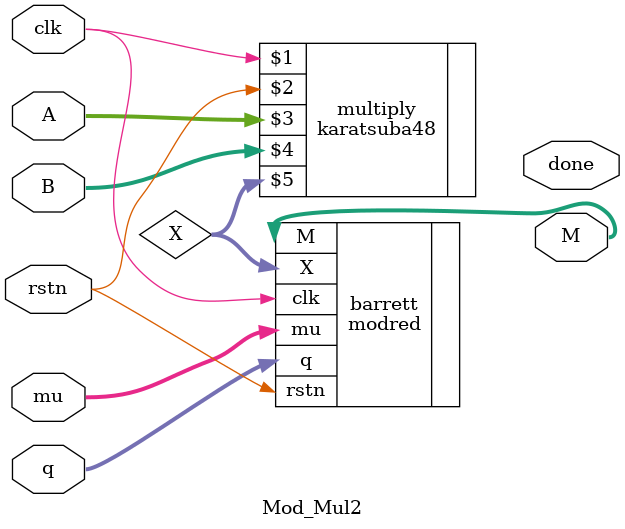
<source format=v>
`timescale 1ns / 1ps


module Mod_Mul2
    #(parameter BW = 48)
    (
        input clk,
        input rstn,
        input [BW - 1:0] A,  // Operand A
        input [BW - 1:0] B,  // Operand B
        input [BW - 1:0] q,
        input [BW + 1:0] mu,
        output [BW - 1:0] M,
        output done
    );

    wire [2*BW - 1:0] X;
    
    // integer multiplication
    karatsuba48 multiply(clk, rstn, A, B, X);
    
    // barrett reduction
    modred #(BW) barrett (
        .clk(clk),
        .rstn(rstn),
        .X(X),
        .q(q),
        .mu(mu),
        .M(M)
    );
endmodule

</source>
